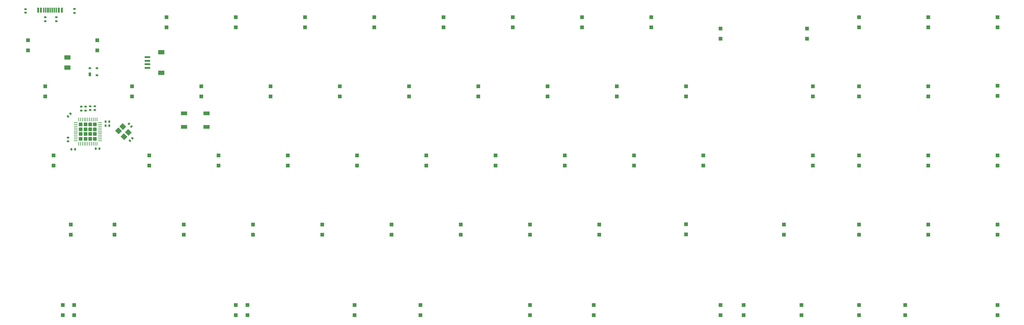
<source format=gbr>
%TF.GenerationSoftware,KiCad,Pcbnew,(7.0.0)*%
%TF.CreationDate,2023-03-26T19:04:43+02:00*%
%TF.ProjectId,qazimodo,71617a69-6d6f-4646-9f2e-6b696361645f,rev?*%
%TF.SameCoordinates,Original*%
%TF.FileFunction,Paste,Bot*%
%TF.FilePolarity,Positive*%
%FSLAX46Y46*%
G04 Gerber Fmt 4.6, Leading zero omitted, Abs format (unit mm)*
G04 Created by KiCad (PCBNEW (7.0.0)) date 2023-03-26 19:04:43*
%MOMM*%
%LPD*%
G01*
G04 APERTURE LIST*
G04 Aperture macros list*
%AMRoundRect*
0 Rectangle with rounded corners*
0 $1 Rounding radius*
0 $2 $3 $4 $5 $6 $7 $8 $9 X,Y pos of 4 corners*
0 Add a 4 corners polygon primitive as box body*
4,1,4,$2,$3,$4,$5,$6,$7,$8,$9,$2,$3,0*
0 Add four circle primitives for the rounded corners*
1,1,$1+$1,$2,$3*
1,1,$1+$1,$4,$5*
1,1,$1+$1,$6,$7*
1,1,$1+$1,$8,$9*
0 Add four rect primitives between the rounded corners*
20,1,$1+$1,$2,$3,$4,$5,0*
20,1,$1+$1,$4,$5,$6,$7,0*
20,1,$1+$1,$6,$7,$8,$9,0*
20,1,$1+$1,$8,$9,$2,$3,0*%
%AMRotRect*
0 Rectangle, with rotation*
0 The origin of the aperture is its center*
0 $1 length*
0 $2 width*
0 $3 Rotation angle, in degrees counterclockwise*
0 Add horizontal line*
21,1,$1,$2,0,0,$3*%
G04 Aperture macros list end*
%ADD10R,1.800000X1.100000*%
%ADD11R,1.100000X1.100000*%
%ADD12RoundRect,0.140000X0.170000X-0.140000X0.170000X0.140000X-0.170000X0.140000X-0.170000X-0.140000X0*%
%ADD13R,1.800000X1.200000*%
%ADD14R,1.550000X0.600000*%
%ADD15RoundRect,0.140000X0.219203X0.021213X0.021213X0.219203X-0.219203X-0.021213X-0.021213X-0.219203X0*%
%ADD16RoundRect,0.135000X-0.185000X0.135000X-0.185000X-0.135000X0.185000X-0.135000X0.185000X0.135000X0*%
%ADD17RoundRect,0.135000X0.135000X0.185000X-0.135000X0.185000X-0.135000X-0.185000X0.135000X-0.185000X0*%
%ADD18RoundRect,0.140000X-0.021213X0.219203X-0.219203X0.021213X0.021213X-0.219203X0.219203X-0.021213X0*%
%ADD19RoundRect,0.250000X-0.625000X0.375000X-0.625000X-0.375000X0.625000X-0.375000X0.625000X0.375000X0*%
%ADD20RotRect,1.400000X1.200000X135.000000*%
%ADD21R,0.600000X1.450000*%
%ADD22R,0.300000X1.450000*%
%ADD23R,0.700000X1.000000*%
%ADD24R,0.700000X0.600000*%
%ADD25RoundRect,0.140000X-0.140000X-0.170000X0.140000X-0.170000X0.140000X0.170000X-0.140000X0.170000X0*%
%ADD26RoundRect,0.140000X-0.170000X0.140000X-0.170000X-0.140000X0.170000X-0.140000X0.170000X0.140000X0*%
%ADD27RoundRect,0.250000X-0.275000X0.275000X-0.275000X-0.275000X0.275000X-0.275000X0.275000X0.275000X0*%
%ADD28RoundRect,0.062500X-0.062500X0.475000X-0.062500X-0.475000X0.062500X-0.475000X0.062500X0.475000X0*%
%ADD29RoundRect,0.062500X-0.475000X0.062500X-0.475000X-0.062500X0.475000X-0.062500X0.475000X0.062500X0*%
G04 APERTURE END LIST*
D10*
%TO.C,SW_Reset1*%
X107874999Y-80699999D03*
X101674999Y-84399999D03*
X107874999Y-84399999D03*
X101674999Y-80699999D03*
%TD*%
D11*
%TO.C,D7*%
X77787499Y-63312499D03*
X77787499Y-60512499D03*
%TD*%
%TO.C,D42*%
X239725199Y-114074399D03*
X239725199Y-111274399D03*
%TD*%
%TO.C,D48*%
X274637499Y-95062499D03*
X274637499Y-92262499D03*
%TD*%
D12*
%TO.C,C2*%
X69723000Y-88364000D03*
X69723000Y-87404000D03*
%TD*%
D11*
%TO.C,D11*%
X71437499Y-136337499D03*
X71437499Y-133537499D03*
%TD*%
%TO.C,D58*%
X271462499Y-136337499D03*
X271462499Y-133537499D03*
%TD*%
D13*
%TO.C,J2*%
X95412499Y-63874999D03*
X95412499Y-69474999D03*
D14*
X91537499Y-65174999D03*
X91537499Y-66174999D03*
X91537499Y-67174999D03*
X91537499Y-68174999D03*
%TD*%
D11*
%TO.C,D71*%
X325437499Y-136337499D03*
X325437499Y-133537499D03*
%TD*%
%TO.C,D52*%
X287337499Y-114112499D03*
X287337499Y-111312499D03*
%TD*%
%TO.C,D15*%
X120649999Y-114112499D03*
X120649999Y-111312499D03*
%TD*%
%TO.C,D38*%
X201612499Y-76012499D03*
X201612499Y-73212499D03*
%TD*%
%TO.C,D50*%
X239712499Y-76012499D03*
X239712499Y-73212499D03*
%TD*%
%TO.C,D62*%
X325437499Y-114112499D03*
X325437499Y-111312499D03*
%TD*%
%TO.C,D70*%
X325437499Y-56962499D03*
X325437499Y-54162499D03*
%TD*%
%TO.C,D16*%
X115887499Y-136337499D03*
X115887499Y-133537499D03*
%TD*%
D15*
%TO.C,C4*%
X87215030Y-84286411D03*
X86536208Y-83607589D03*
%TD*%
D11*
%TO.C,D66*%
X325437499Y-95062499D03*
X325437499Y-92262499D03*
%TD*%
%TO.C,D18*%
X125412499Y-76012499D03*
X125412499Y-73212499D03*
%TD*%
%TO.C,D61*%
X306387499Y-95062499D03*
X306387499Y-92262499D03*
%TD*%
%TO.C,D41*%
X214312499Y-136337499D03*
X214312499Y-133537499D03*
%TD*%
D16*
%TO.C,R1*%
X73406000Y-78865000D03*
X73406000Y-79885000D03*
%TD*%
%TO.C,R2*%
X74549000Y-78865000D03*
X74549000Y-79885000D03*
%TD*%
D11*
%TO.C,D34*%
X187324999Y-95062499D03*
X187324999Y-92262499D03*
%TD*%
%TO.C,D65*%
X306387499Y-76012499D03*
X306387499Y-73212499D03*
%TD*%
%TO.C,D4*%
X65784191Y-95051704D03*
X65784191Y-92251704D03*
%TD*%
%TO.C,D14*%
X111124999Y-95062499D03*
X111124999Y-92262499D03*
%TD*%
%TO.C,D47*%
X249237499Y-136337499D03*
X249237499Y-133537499D03*
%TD*%
%TO.C,D57*%
X306387499Y-114112499D03*
X306387499Y-111312499D03*
%TD*%
D17*
%TO.C,R4*%
X81091500Y-82931000D03*
X80071500Y-82931000D03*
%TD*%
D11*
%TO.C,D51*%
X244474999Y-95062499D03*
X244474999Y-92262499D03*
%TD*%
%TO.C,D49*%
X230187499Y-56962499D03*
X230187499Y-54162499D03*
%TD*%
D16*
%TO.C,R_USBSHIELD1*%
X71501000Y-51941000D03*
X71501000Y-52961000D03*
%TD*%
D11*
%TO.C,D45*%
X225424999Y-95062499D03*
X225424999Y-92262499D03*
%TD*%
D18*
%TO.C,C8*%
X70443411Y-80813589D03*
X69764589Y-81492411D03*
%TD*%
D11*
%TO.C,D17*%
X115887499Y-56962499D03*
X115887499Y-54162499D03*
%TD*%
D19*
%TO.C,F1*%
X69596000Y-65275000D03*
X69596000Y-68075000D03*
%TD*%
D11*
%TO.C,D10*%
X101599999Y-114112499D03*
X101599999Y-111312499D03*
%TD*%
D16*
%TO.C,R_USB1*%
X63500000Y-54227000D03*
X63500000Y-55247000D03*
%TD*%
D11*
%TO.C,D19*%
X130174999Y-95062499D03*
X130174999Y-92262499D03*
%TD*%
%TO.C,D5*%
X70515674Y-114126367D03*
X70515674Y-111326367D03*
%TD*%
D16*
%TO.C,R_USB2*%
X66548000Y-54227000D03*
X66548000Y-55247000D03*
%TD*%
D11*
%TO.C,D64*%
X287337499Y-56962499D03*
X287337499Y-54162499D03*
%TD*%
%TO.C,D26*%
X148589999Y-136337499D03*
X148589999Y-133537499D03*
%TD*%
%TO.C,D36*%
X196849999Y-136337499D03*
X196849999Y-133537499D03*
%TD*%
D20*
%TO.C,Y1*%
X85147395Y-87103857D03*
X83591760Y-85548222D03*
X84793841Y-84346141D03*
X86349476Y-85901776D03*
%TD*%
D11*
%TO.C,D22*%
X134937499Y-56962499D03*
X134937499Y-54162499D03*
%TD*%
D21*
%TO.C,J3*%
X61519999Y-52252999D03*
X62319999Y-52252999D03*
D22*
X63519999Y-52252999D03*
X64519999Y-52252999D03*
X65019999Y-52252999D03*
X66019999Y-52252999D03*
D21*
X67219999Y-52252999D03*
X68019999Y-52252999D03*
X68019999Y-52252999D03*
X67219999Y-52252999D03*
D22*
X66519999Y-52252999D03*
X65519999Y-52252999D03*
X64019999Y-52252999D03*
X63019999Y-52252999D03*
D21*
X62319999Y-52252999D03*
X61519999Y-52252999D03*
%TD*%
D11*
%TO.C,D31*%
X166687499Y-136337499D03*
X166687499Y-133537499D03*
%TD*%
%TO.C,D28*%
X163512499Y-76012499D03*
X163512499Y-73212499D03*
%TD*%
D23*
%TO.C,D72*%
X75707999Y-69964999D03*
D24*
X75707999Y-68264999D03*
X77707999Y-68264999D03*
X77707999Y-70164999D03*
%TD*%
D11*
%TO.C,D63*%
X287337499Y-136337499D03*
X287337499Y-133537499D03*
%TD*%
%TO.C,D44*%
X220662499Y-76012499D03*
X220662499Y-73212499D03*
%TD*%
%TO.C,D68*%
X306387499Y-56962499D03*
X306387499Y-54162499D03*
%TD*%
D17*
%TO.C,R3*%
X71693500Y-90614500D03*
X70673500Y-90614500D03*
%TD*%
D11*
%TO.C,D29*%
X168274999Y-95062499D03*
X168274999Y-92262499D03*
%TD*%
D25*
%TO.C,C7*%
X80101500Y-84074000D03*
X81061500Y-84074000D03*
%TD*%
D11*
%TO.C,D24*%
X149224999Y-95062499D03*
X149224999Y-92262499D03*
%TD*%
%TO.C,D2*%
X58737499Y-63312499D03*
X58737499Y-60512499D03*
%TD*%
D12*
%TO.C,C1*%
X75819000Y-79728000D03*
X75819000Y-78768000D03*
%TD*%
D11*
%TO.C,D6*%
X68262499Y-136337499D03*
X68262499Y-133537499D03*
%TD*%
D12*
%TO.C,C5*%
X77089000Y-79728000D03*
X77089000Y-78768000D03*
%TD*%
D11*
%TO.C,D43*%
X211137499Y-56962499D03*
X211137499Y-54162499D03*
%TD*%
%TO.C,D32*%
X173037499Y-56962499D03*
X173037499Y-54162499D03*
%TD*%
%TO.C,D1*%
X82549999Y-114112499D03*
X82549999Y-111312499D03*
%TD*%
%TO.C,D69*%
X325437499Y-75824999D03*
X325437499Y-73024999D03*
%TD*%
%TO.C,D60*%
X287337499Y-76012499D03*
X287337499Y-73212499D03*
%TD*%
%TO.C,D27*%
X153987499Y-56962499D03*
X153987499Y-54162499D03*
%TD*%
%TO.C,D25*%
X158749999Y-114112499D03*
X158749999Y-111312499D03*
%TD*%
D25*
%TO.C,C6*%
X77371000Y-90424000D03*
X78331000Y-90424000D03*
%TD*%
D11*
%TO.C,D33*%
X182562499Y-76012499D03*
X182562499Y-73212499D03*
%TD*%
%TO.C,D21*%
X119062499Y-136337499D03*
X119062499Y-133537499D03*
%TD*%
%TO.C,D12*%
X96837499Y-56962499D03*
X96837499Y-54162499D03*
%TD*%
%TO.C,D23*%
X144462499Y-76012499D03*
X144462499Y-73212499D03*
%TD*%
%TO.C,D59*%
X273049999Y-60137499D03*
X273049999Y-57337499D03*
%TD*%
%TO.C,D40*%
X215899999Y-114112499D03*
X215899999Y-111312499D03*
%TD*%
%TO.C,D8*%
X87312499Y-76012499D03*
X87312499Y-73212499D03*
%TD*%
%TO.C,D56*%
X287337499Y-95062499D03*
X287337499Y-92262499D03*
%TD*%
%TO.C,D37*%
X192087499Y-56962499D03*
X192087499Y-54162499D03*
%TD*%
D26*
%TO.C,C_USBSHIELD1*%
X58039000Y-51971000D03*
X58039000Y-52931000D03*
%TD*%
D11*
%TO.C,D54*%
X249237499Y-60137499D03*
X249237499Y-57337499D03*
%TD*%
%TO.C,D55*%
X274637499Y-76012499D03*
X274637499Y-73212499D03*
%TD*%
%TO.C,D9*%
X92074999Y-95062499D03*
X92074999Y-92262499D03*
%TD*%
D27*
%TO.C,U1*%
X77134000Y-83775000D03*
X75834000Y-83775000D03*
X74534000Y-83775000D03*
X73234000Y-83775000D03*
X77134000Y-85075000D03*
X75834000Y-85075000D03*
X74534000Y-85075000D03*
X73234000Y-85075000D03*
X77134000Y-86375000D03*
X75834000Y-86375000D03*
X74534000Y-86375000D03*
X73234000Y-86375000D03*
X77134000Y-87675000D03*
X75834000Y-87675000D03*
X74534000Y-87675000D03*
X73234000Y-87675000D03*
D28*
X72684000Y-82387500D03*
X73184000Y-82387500D03*
X73684000Y-82387500D03*
X74184000Y-82387500D03*
X74684000Y-82387500D03*
X75184000Y-82387500D03*
X75684000Y-82387500D03*
X76184000Y-82387500D03*
X76684000Y-82387500D03*
X77184000Y-82387500D03*
X77684000Y-82387500D03*
D29*
X78521500Y-83225000D03*
X78521500Y-83725000D03*
X78521500Y-84225000D03*
X78521500Y-84725000D03*
X78521500Y-85225000D03*
X78521500Y-85725000D03*
X78521500Y-86225000D03*
X78521500Y-86725000D03*
X78521500Y-87225000D03*
X78521500Y-87725000D03*
X78521500Y-88225000D03*
D28*
X77684000Y-89062500D03*
X77184000Y-89062500D03*
X76684000Y-89062500D03*
X76184000Y-89062500D03*
X75684000Y-89062500D03*
X75184000Y-89062500D03*
X74684000Y-89062500D03*
X74184000Y-89062500D03*
X73684000Y-89062500D03*
X73184000Y-89062500D03*
X72684000Y-89062500D03*
D29*
X71846500Y-88225000D03*
X71846500Y-87725000D03*
X71846500Y-87225000D03*
X71846500Y-86725000D03*
X71846500Y-86225000D03*
X71846500Y-85725000D03*
X71846500Y-85225000D03*
X71846500Y-84725000D03*
X71846500Y-84225000D03*
X71846500Y-83725000D03*
X71846500Y-83225000D03*
%TD*%
D11*
%TO.C,D3*%
X63499999Y-76012499D03*
X63499999Y-73212499D03*
%TD*%
%TO.C,D67*%
X300037499Y-136337499D03*
X300037499Y-133537499D03*
%TD*%
%TO.C,D13*%
X106362499Y-76012499D03*
X106362499Y-73212499D03*
%TD*%
%TO.C,D30*%
X177799999Y-114112499D03*
X177799999Y-111312499D03*
%TD*%
%TO.C,D46*%
X266699999Y-114112499D03*
X266699999Y-111312499D03*
%TD*%
%TO.C,D39*%
X206374999Y-95062499D03*
X206374999Y-92262499D03*
%TD*%
%TO.C,D35*%
X196849999Y-114112499D03*
X196849999Y-111312499D03*
%TD*%
D18*
%TO.C,C3*%
X87469030Y-87544589D03*
X86790208Y-88223411D03*
%TD*%
D11*
%TO.C,D20*%
X139699999Y-114112499D03*
X139699999Y-111312499D03*
%TD*%
%TO.C,D53*%
X255587499Y-136337499D03*
X255587499Y-133537499D03*
%TD*%
M02*

</source>
